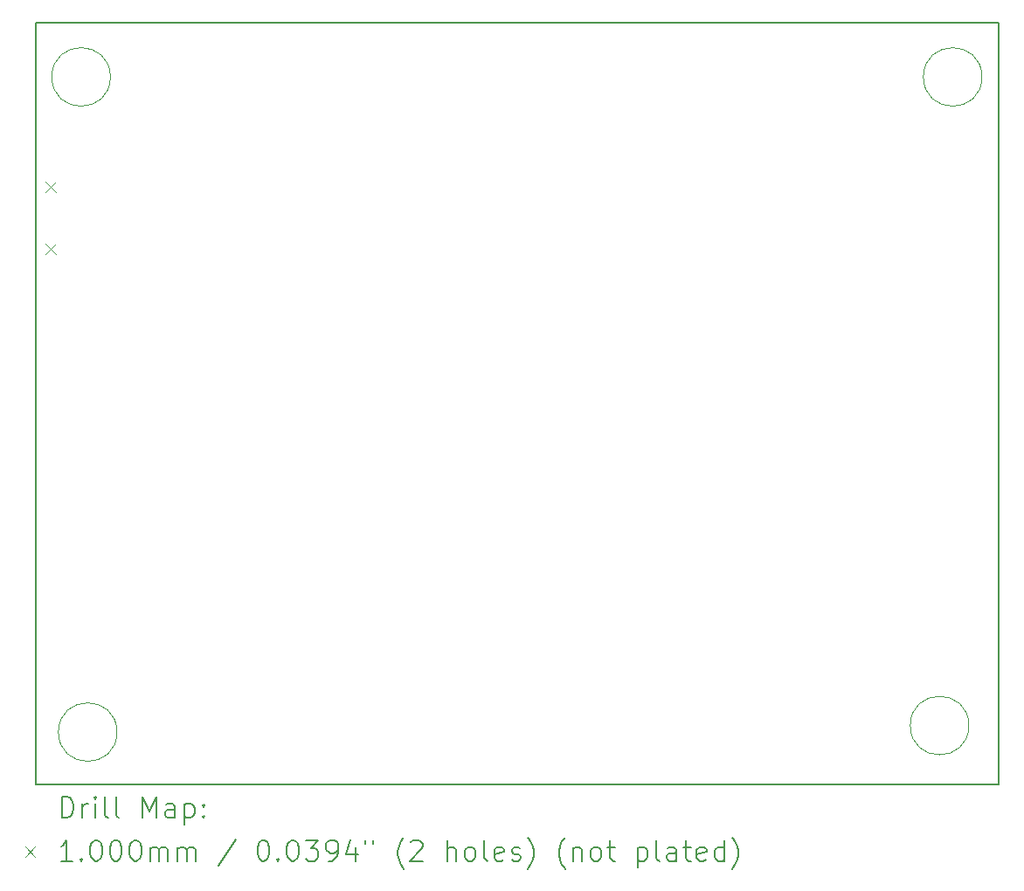
<source format=gbr>
%FSLAX45Y45*%
G04 Gerber Fmt 4.5, Leading zero omitted, Abs format (unit mm)*
G04 Created by KiCad (PCBNEW (6.0.4)) date 2022-05-20 18:14:04*
%MOMM*%
%LPD*%
G01*
G04 APERTURE LIST*
%TA.AperFunction,Profile*%
%ADD10C,0.200000*%
%TD*%
%TA.AperFunction,Profile*%
%ADD11C,0.100000*%
%TD*%
%ADD12C,0.200000*%
%ADD13C,0.100000*%
G04 APERTURE END LIST*
D10*
X3565500Y-5504000D02*
X12890500Y-5504000D01*
X12890500Y-5504000D02*
X12890500Y-12890500D01*
X12890500Y-12890500D02*
X3565500Y-12890500D01*
X3565500Y-12890500D02*
X3565500Y-5504000D01*
D11*
X12729981Y-6032500D02*
G75*
G03*
X12729981Y-6032500I-283981J0D01*
G01*
X12602981Y-12319000D02*
G75*
G03*
X12602981Y-12319000I-283981J0D01*
G01*
X4347981Y-12382500D02*
G75*
G03*
X4347981Y-12382500I-283981J0D01*
G01*
X4284481Y-6032500D02*
G75*
G03*
X4284481Y-6032500I-283981J0D01*
G01*
D12*
D13*
X3657000Y-7046500D02*
X3757000Y-7146500D01*
X3757000Y-7046500D02*
X3657000Y-7146500D01*
X3657000Y-7646500D02*
X3757000Y-7746500D01*
X3757000Y-7646500D02*
X3657000Y-7746500D01*
D12*
X3813119Y-13210976D02*
X3813119Y-13010976D01*
X3860738Y-13010976D01*
X3889309Y-13020500D01*
X3908357Y-13039548D01*
X3917881Y-13058595D01*
X3927405Y-13096690D01*
X3927405Y-13125262D01*
X3917881Y-13163357D01*
X3908357Y-13182405D01*
X3889309Y-13201452D01*
X3860738Y-13210976D01*
X3813119Y-13210976D01*
X4013119Y-13210976D02*
X4013119Y-13077643D01*
X4013119Y-13115738D02*
X4022643Y-13096690D01*
X4032167Y-13087167D01*
X4051214Y-13077643D01*
X4070262Y-13077643D01*
X4136928Y-13210976D02*
X4136928Y-13077643D01*
X4136928Y-13010976D02*
X4127405Y-13020500D01*
X4136928Y-13030024D01*
X4146452Y-13020500D01*
X4136928Y-13010976D01*
X4136928Y-13030024D01*
X4260738Y-13210976D02*
X4241690Y-13201452D01*
X4232167Y-13182405D01*
X4232167Y-13010976D01*
X4365500Y-13210976D02*
X4346452Y-13201452D01*
X4336929Y-13182405D01*
X4336929Y-13010976D01*
X4594071Y-13210976D02*
X4594071Y-13010976D01*
X4660738Y-13153833D01*
X4727405Y-13010976D01*
X4727405Y-13210976D01*
X4908357Y-13210976D02*
X4908357Y-13106214D01*
X4898833Y-13087167D01*
X4879786Y-13077643D01*
X4841690Y-13077643D01*
X4822643Y-13087167D01*
X4908357Y-13201452D02*
X4889310Y-13210976D01*
X4841690Y-13210976D01*
X4822643Y-13201452D01*
X4813119Y-13182405D01*
X4813119Y-13163357D01*
X4822643Y-13144309D01*
X4841690Y-13134786D01*
X4889310Y-13134786D01*
X4908357Y-13125262D01*
X5003595Y-13077643D02*
X5003595Y-13277643D01*
X5003595Y-13087167D02*
X5022643Y-13077643D01*
X5060738Y-13077643D01*
X5079786Y-13087167D01*
X5089310Y-13096690D01*
X5098833Y-13115738D01*
X5098833Y-13172881D01*
X5089310Y-13191928D01*
X5079786Y-13201452D01*
X5060738Y-13210976D01*
X5022643Y-13210976D01*
X5003595Y-13201452D01*
X5184548Y-13191928D02*
X5194071Y-13201452D01*
X5184548Y-13210976D01*
X5175024Y-13201452D01*
X5184548Y-13191928D01*
X5184548Y-13210976D01*
X5184548Y-13087167D02*
X5194071Y-13096690D01*
X5184548Y-13106214D01*
X5175024Y-13096690D01*
X5184548Y-13087167D01*
X5184548Y-13106214D01*
D13*
X3455500Y-13490500D02*
X3555500Y-13590500D01*
X3555500Y-13490500D02*
X3455500Y-13590500D01*
D12*
X3917881Y-13630976D02*
X3803595Y-13630976D01*
X3860738Y-13630976D02*
X3860738Y-13430976D01*
X3841690Y-13459548D01*
X3822643Y-13478595D01*
X3803595Y-13488119D01*
X4003595Y-13611928D02*
X4013119Y-13621452D01*
X4003595Y-13630976D01*
X3994071Y-13621452D01*
X4003595Y-13611928D01*
X4003595Y-13630976D01*
X4136928Y-13430976D02*
X4155976Y-13430976D01*
X4175024Y-13440500D01*
X4184548Y-13450024D01*
X4194071Y-13469071D01*
X4203595Y-13507167D01*
X4203595Y-13554786D01*
X4194071Y-13592881D01*
X4184548Y-13611928D01*
X4175024Y-13621452D01*
X4155976Y-13630976D01*
X4136928Y-13630976D01*
X4117881Y-13621452D01*
X4108357Y-13611928D01*
X4098833Y-13592881D01*
X4089309Y-13554786D01*
X4089309Y-13507167D01*
X4098833Y-13469071D01*
X4108357Y-13450024D01*
X4117881Y-13440500D01*
X4136928Y-13430976D01*
X4327405Y-13430976D02*
X4346452Y-13430976D01*
X4365500Y-13440500D01*
X4375024Y-13450024D01*
X4384548Y-13469071D01*
X4394071Y-13507167D01*
X4394071Y-13554786D01*
X4384548Y-13592881D01*
X4375024Y-13611928D01*
X4365500Y-13621452D01*
X4346452Y-13630976D01*
X4327405Y-13630976D01*
X4308357Y-13621452D01*
X4298833Y-13611928D01*
X4289310Y-13592881D01*
X4279786Y-13554786D01*
X4279786Y-13507167D01*
X4289310Y-13469071D01*
X4298833Y-13450024D01*
X4308357Y-13440500D01*
X4327405Y-13430976D01*
X4517881Y-13430976D02*
X4536929Y-13430976D01*
X4555976Y-13440500D01*
X4565500Y-13450024D01*
X4575024Y-13469071D01*
X4584548Y-13507167D01*
X4584548Y-13554786D01*
X4575024Y-13592881D01*
X4565500Y-13611928D01*
X4555976Y-13621452D01*
X4536929Y-13630976D01*
X4517881Y-13630976D01*
X4498833Y-13621452D01*
X4489310Y-13611928D01*
X4479786Y-13592881D01*
X4470262Y-13554786D01*
X4470262Y-13507167D01*
X4479786Y-13469071D01*
X4489310Y-13450024D01*
X4498833Y-13440500D01*
X4517881Y-13430976D01*
X4670262Y-13630976D02*
X4670262Y-13497643D01*
X4670262Y-13516690D02*
X4679786Y-13507167D01*
X4698833Y-13497643D01*
X4727405Y-13497643D01*
X4746452Y-13507167D01*
X4755976Y-13526214D01*
X4755976Y-13630976D01*
X4755976Y-13526214D02*
X4765500Y-13507167D01*
X4784548Y-13497643D01*
X4813119Y-13497643D01*
X4832167Y-13507167D01*
X4841690Y-13526214D01*
X4841690Y-13630976D01*
X4936929Y-13630976D02*
X4936929Y-13497643D01*
X4936929Y-13516690D02*
X4946452Y-13507167D01*
X4965500Y-13497643D01*
X4994071Y-13497643D01*
X5013119Y-13507167D01*
X5022643Y-13526214D01*
X5022643Y-13630976D01*
X5022643Y-13526214D02*
X5032167Y-13507167D01*
X5051214Y-13497643D01*
X5079786Y-13497643D01*
X5098833Y-13507167D01*
X5108357Y-13526214D01*
X5108357Y-13630976D01*
X5498833Y-13421452D02*
X5327405Y-13678595D01*
X5755976Y-13430976D02*
X5775024Y-13430976D01*
X5794071Y-13440500D01*
X5803595Y-13450024D01*
X5813119Y-13469071D01*
X5822643Y-13507167D01*
X5822643Y-13554786D01*
X5813119Y-13592881D01*
X5803595Y-13611928D01*
X5794071Y-13621452D01*
X5775024Y-13630976D01*
X5755976Y-13630976D01*
X5736928Y-13621452D01*
X5727405Y-13611928D01*
X5717881Y-13592881D01*
X5708357Y-13554786D01*
X5708357Y-13507167D01*
X5717881Y-13469071D01*
X5727405Y-13450024D01*
X5736928Y-13440500D01*
X5755976Y-13430976D01*
X5908357Y-13611928D02*
X5917881Y-13621452D01*
X5908357Y-13630976D01*
X5898833Y-13621452D01*
X5908357Y-13611928D01*
X5908357Y-13630976D01*
X6041690Y-13430976D02*
X6060738Y-13430976D01*
X6079786Y-13440500D01*
X6089309Y-13450024D01*
X6098833Y-13469071D01*
X6108357Y-13507167D01*
X6108357Y-13554786D01*
X6098833Y-13592881D01*
X6089309Y-13611928D01*
X6079786Y-13621452D01*
X6060738Y-13630976D01*
X6041690Y-13630976D01*
X6022643Y-13621452D01*
X6013119Y-13611928D01*
X6003595Y-13592881D01*
X5994071Y-13554786D01*
X5994071Y-13507167D01*
X6003595Y-13469071D01*
X6013119Y-13450024D01*
X6022643Y-13440500D01*
X6041690Y-13430976D01*
X6175024Y-13430976D02*
X6298833Y-13430976D01*
X6232167Y-13507167D01*
X6260738Y-13507167D01*
X6279786Y-13516690D01*
X6289309Y-13526214D01*
X6298833Y-13545262D01*
X6298833Y-13592881D01*
X6289309Y-13611928D01*
X6279786Y-13621452D01*
X6260738Y-13630976D01*
X6203595Y-13630976D01*
X6184548Y-13621452D01*
X6175024Y-13611928D01*
X6394071Y-13630976D02*
X6432167Y-13630976D01*
X6451214Y-13621452D01*
X6460738Y-13611928D01*
X6479786Y-13583357D01*
X6489309Y-13545262D01*
X6489309Y-13469071D01*
X6479786Y-13450024D01*
X6470262Y-13440500D01*
X6451214Y-13430976D01*
X6413119Y-13430976D01*
X6394071Y-13440500D01*
X6384548Y-13450024D01*
X6375024Y-13469071D01*
X6375024Y-13516690D01*
X6384548Y-13535738D01*
X6394071Y-13545262D01*
X6413119Y-13554786D01*
X6451214Y-13554786D01*
X6470262Y-13545262D01*
X6479786Y-13535738D01*
X6489309Y-13516690D01*
X6660738Y-13497643D02*
X6660738Y-13630976D01*
X6613119Y-13421452D02*
X6565500Y-13564309D01*
X6689309Y-13564309D01*
X6755976Y-13430976D02*
X6755976Y-13469071D01*
X6832167Y-13430976D02*
X6832167Y-13469071D01*
X7127405Y-13707167D02*
X7117881Y-13697643D01*
X7098833Y-13669071D01*
X7089309Y-13650024D01*
X7079786Y-13621452D01*
X7070262Y-13573833D01*
X7070262Y-13535738D01*
X7079786Y-13488119D01*
X7089309Y-13459548D01*
X7098833Y-13440500D01*
X7117881Y-13411928D01*
X7127405Y-13402405D01*
X7194071Y-13450024D02*
X7203595Y-13440500D01*
X7222643Y-13430976D01*
X7270262Y-13430976D01*
X7289309Y-13440500D01*
X7298833Y-13450024D01*
X7308357Y-13469071D01*
X7308357Y-13488119D01*
X7298833Y-13516690D01*
X7184548Y-13630976D01*
X7308357Y-13630976D01*
X7546452Y-13630976D02*
X7546452Y-13430976D01*
X7632167Y-13630976D02*
X7632167Y-13526214D01*
X7622643Y-13507167D01*
X7603595Y-13497643D01*
X7575024Y-13497643D01*
X7555976Y-13507167D01*
X7546452Y-13516690D01*
X7755976Y-13630976D02*
X7736928Y-13621452D01*
X7727405Y-13611928D01*
X7717881Y-13592881D01*
X7717881Y-13535738D01*
X7727405Y-13516690D01*
X7736928Y-13507167D01*
X7755976Y-13497643D01*
X7784548Y-13497643D01*
X7803595Y-13507167D01*
X7813119Y-13516690D01*
X7822643Y-13535738D01*
X7822643Y-13592881D01*
X7813119Y-13611928D01*
X7803595Y-13621452D01*
X7784548Y-13630976D01*
X7755976Y-13630976D01*
X7936928Y-13630976D02*
X7917881Y-13621452D01*
X7908357Y-13602405D01*
X7908357Y-13430976D01*
X8089309Y-13621452D02*
X8070262Y-13630976D01*
X8032167Y-13630976D01*
X8013119Y-13621452D01*
X8003595Y-13602405D01*
X8003595Y-13526214D01*
X8013119Y-13507167D01*
X8032167Y-13497643D01*
X8070262Y-13497643D01*
X8089309Y-13507167D01*
X8098833Y-13526214D01*
X8098833Y-13545262D01*
X8003595Y-13564309D01*
X8175024Y-13621452D02*
X8194071Y-13630976D01*
X8232167Y-13630976D01*
X8251214Y-13621452D01*
X8260738Y-13602405D01*
X8260738Y-13592881D01*
X8251214Y-13573833D01*
X8232167Y-13564309D01*
X8203595Y-13564309D01*
X8184548Y-13554786D01*
X8175024Y-13535738D01*
X8175024Y-13526214D01*
X8184548Y-13507167D01*
X8203595Y-13497643D01*
X8232167Y-13497643D01*
X8251214Y-13507167D01*
X8327405Y-13707167D02*
X8336928Y-13697643D01*
X8355976Y-13669071D01*
X8365500Y-13650024D01*
X8375024Y-13621452D01*
X8384548Y-13573833D01*
X8384548Y-13535738D01*
X8375024Y-13488119D01*
X8365500Y-13459548D01*
X8355976Y-13440500D01*
X8336928Y-13411928D01*
X8327405Y-13402405D01*
X8689310Y-13707167D02*
X8679786Y-13697643D01*
X8660738Y-13669071D01*
X8651214Y-13650024D01*
X8641690Y-13621452D01*
X8632167Y-13573833D01*
X8632167Y-13535738D01*
X8641690Y-13488119D01*
X8651214Y-13459548D01*
X8660738Y-13440500D01*
X8679786Y-13411928D01*
X8689310Y-13402405D01*
X8765500Y-13497643D02*
X8765500Y-13630976D01*
X8765500Y-13516690D02*
X8775024Y-13507167D01*
X8794071Y-13497643D01*
X8822643Y-13497643D01*
X8841690Y-13507167D01*
X8851214Y-13526214D01*
X8851214Y-13630976D01*
X8975024Y-13630976D02*
X8955976Y-13621452D01*
X8946452Y-13611928D01*
X8936929Y-13592881D01*
X8936929Y-13535738D01*
X8946452Y-13516690D01*
X8955976Y-13507167D01*
X8975024Y-13497643D01*
X9003595Y-13497643D01*
X9022643Y-13507167D01*
X9032167Y-13516690D01*
X9041690Y-13535738D01*
X9041690Y-13592881D01*
X9032167Y-13611928D01*
X9022643Y-13621452D01*
X9003595Y-13630976D01*
X8975024Y-13630976D01*
X9098833Y-13497643D02*
X9175024Y-13497643D01*
X9127405Y-13430976D02*
X9127405Y-13602405D01*
X9136929Y-13621452D01*
X9155976Y-13630976D01*
X9175024Y-13630976D01*
X9394071Y-13497643D02*
X9394071Y-13697643D01*
X9394071Y-13507167D02*
X9413119Y-13497643D01*
X9451214Y-13497643D01*
X9470262Y-13507167D01*
X9479786Y-13516690D01*
X9489310Y-13535738D01*
X9489310Y-13592881D01*
X9479786Y-13611928D01*
X9470262Y-13621452D01*
X9451214Y-13630976D01*
X9413119Y-13630976D01*
X9394071Y-13621452D01*
X9603595Y-13630976D02*
X9584548Y-13621452D01*
X9575024Y-13602405D01*
X9575024Y-13430976D01*
X9765500Y-13630976D02*
X9765500Y-13526214D01*
X9755976Y-13507167D01*
X9736929Y-13497643D01*
X9698833Y-13497643D01*
X9679786Y-13507167D01*
X9765500Y-13621452D02*
X9746452Y-13630976D01*
X9698833Y-13630976D01*
X9679786Y-13621452D01*
X9670262Y-13602405D01*
X9670262Y-13583357D01*
X9679786Y-13564309D01*
X9698833Y-13554786D01*
X9746452Y-13554786D01*
X9765500Y-13545262D01*
X9832167Y-13497643D02*
X9908357Y-13497643D01*
X9860738Y-13430976D02*
X9860738Y-13602405D01*
X9870262Y-13621452D01*
X9889310Y-13630976D01*
X9908357Y-13630976D01*
X10051214Y-13621452D02*
X10032167Y-13630976D01*
X9994071Y-13630976D01*
X9975024Y-13621452D01*
X9965500Y-13602405D01*
X9965500Y-13526214D01*
X9975024Y-13507167D01*
X9994071Y-13497643D01*
X10032167Y-13497643D01*
X10051214Y-13507167D01*
X10060738Y-13526214D01*
X10060738Y-13545262D01*
X9965500Y-13564309D01*
X10232167Y-13630976D02*
X10232167Y-13430976D01*
X10232167Y-13621452D02*
X10213119Y-13630976D01*
X10175024Y-13630976D01*
X10155976Y-13621452D01*
X10146452Y-13611928D01*
X10136929Y-13592881D01*
X10136929Y-13535738D01*
X10146452Y-13516690D01*
X10155976Y-13507167D01*
X10175024Y-13497643D01*
X10213119Y-13497643D01*
X10232167Y-13507167D01*
X10308357Y-13707167D02*
X10317881Y-13697643D01*
X10336929Y-13669071D01*
X10346452Y-13650024D01*
X10355976Y-13621452D01*
X10365500Y-13573833D01*
X10365500Y-13535738D01*
X10355976Y-13488119D01*
X10346452Y-13459548D01*
X10336929Y-13440500D01*
X10317881Y-13411928D01*
X10308357Y-13402405D01*
M02*

</source>
